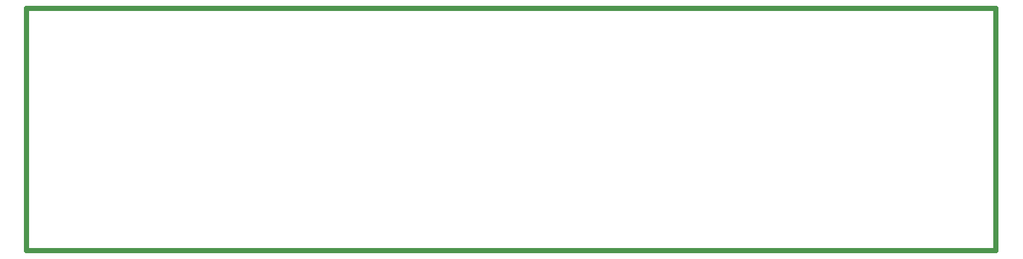
<source format=gbr>
G04 start of page 4 for group 6 idx 6 *
G04 Title: (unknown), outline *
G04 Creator: pcb 20140316 *
G04 CreationDate: Tue 28 Aug 2018 05:55:18 PM GMT UTC *
G04 For: thomasc *
G04 Format: Gerber/RS-274X *
G04 PCB-Dimensions (mil): 5000.00 1250.00 *
G04 PCB-Coordinate-Origin: lower left *
%MOIN*%
%FSLAX25Y25*%
%LNOUTLINE*%
%ADD38C,0.0250*%
G54D38*X0Y125000D02*Y0D01*
X500000D01*
Y125000D01*
X0D01*
M02*

</source>
